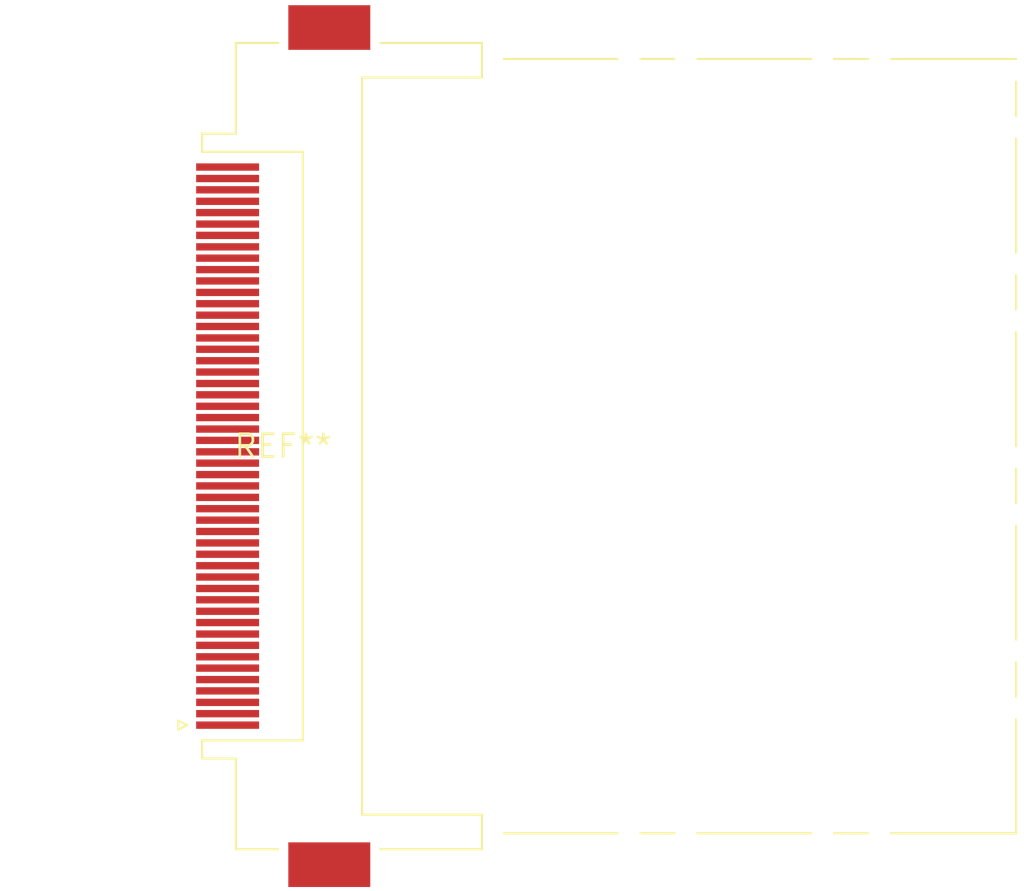
<source format=kicad_pcb>
(kicad_pcb (version 20240108) (generator pcbnew)
  (layers (0 "F.Cu" signal) (31 "B.Cu" signal) (34 "B.Paste" user) (35 "F.Paste" user) (36 "B.SilkS" user "B.Silkscreen") (37 "F.SilkS" user "F.Silkscreen") (38 "B.Mask" user) (39 "F.Mask" user) (44 "Edge.Cuts" user))
  (net 0 "")
  (footprint "CF-Card_3M_N7E50-E516xx-30" (layer "F.Cu") (at 0 0)
    (property "Reference" "REF**")
    (property "Value" "CF-Card_3M_N7E50-E516xx-30")
    (fp_line (start -5.85 15.31) (end -5.35 15.56) (layer "F.SilkS") (stroke (width 0.12)))
    (fp_line (start -5.85 15.81) (end -5.85 15.31) (layer "F.SilkS") (stroke (width 0.12)))
    (fp_line (start -5.35 15.56) (end -5.85 15.81) (layer "F.SilkS") (stroke (width 0.12)))
    (fp_line (start -4.52 -17.42) (end -2.64 -17.42) (layer "F.SilkS") (stroke (width 0.12)))
    (fp_line (start -4.52 -16.41) (end -4.52 -17.42) (layer "F.SilkS") (stroke (width 0.12)))
    (fp_line (start -4.52 16.41) (end 1.09 16.41) (layer "F.SilkS") (stroke (width 0.12)))
    (fp_line (start -4.52 17.42) (end -4.52 16.41) (layer "F.SilkS") (stroke (width 0.12)))
    (fp_line (start -2.64 -22.48) (end -0.28 -22.48) (layer "F.SilkS") (stroke (width 0.12)))
    (fp_line (start -2.64 -17.42) (end -2.64 -22.48) (layer "F.SilkS") (stroke (width 0.12)))
    (fp_line (start -2.64 17.42) (end -4.52 17.42) (layer "F.SilkS") (stroke (width 0.12)))
    (fp_line (start -2.64 22.48) (end -2.64 17.42) (layer "F.SilkS") (stroke (width 0.12)))
    (fp_line (start -0.28 22.48) (end -2.64 22.48) (layer "F.SilkS") (stroke (width 0.12)))
    (fp_line (start 1.09 -16.41) (end -4.52 -16.41) (layer "F.SilkS") (stroke (width 0.12)))
    (fp_line (start 1.09 16.41) (end 1.09 -16.41) (layer "F.SilkS") (stroke (width 0.12)))
    (fp_line (start 4.4 -20.55) (end 11.08 -20.55) (layer "F.SilkS") (stroke (width 0.12)))
    (fp_line (start 4.4 20.55) (end 4.4 -20.55) (layer "F.SilkS") (stroke (width 0.12)))
    (fp_line (start 5.41 22.48) (end 11.08 22.48) (layer "F.SilkS") (stroke (width 0.12)))
    (fp_line (start 11.08 -22.48) (end 5.41 -22.48) (layer "F.SilkS") (stroke (width 0.12)))
    (fp_line (start 11.08 -20.55) (end 11.08 -22.48) (layer "F.SilkS") (stroke (width 0.12)))
    (fp_line (start 11.08 20.55) (end 4.4 20.55) (layer "F.SilkS") (stroke (width 0.12)))
    (fp_line (start 11.08 22.48) (end 11.08 20.55) (layer "F.SilkS") (stroke (width 0.12)))
    (fp_line (start 12.3 -21.59) (end 18.65 -21.59) (layer "F.SilkS") (stroke (width 0.12)))
    (fp_line (start 12.3 21.59) (end 18.65 21.59) (layer "F.SilkS") (stroke (width 0.12)))
    (fp_line (start 19.92 -21.59) (end 21.82 -21.59) (layer "F.SilkS") (stroke (width 0.12)))
    (fp_line (start 19.92 21.59) (end 21.82 21.59) (layer "F.SilkS") (stroke (width 0.12)))
    (fp_line (start 23.09 -21.59) (end 29.44 -21.59) (layer "F.SilkS") (stroke (width 0.12)))
    (fp_line (start 23.09 21.59) (end 29.44 21.59) (layer "F.SilkS") (stroke (width 0.12)))
    (fp_line (start 30.71 -21.59) (end 32.62 -21.59) (layer "F.SilkS") (stroke (width 0.12)))
    (fp_line (start 30.71 21.59) (end 32.62 21.59) (layer "F.SilkS") (stroke (width 0.12)))
    (fp_line (start 33.89 -21.59) (end 40.87 -21.59) (layer "F.SilkS") (stroke (width 0.12)))
    (fp_line (start 33.89 21.59) (end 40.87 21.59) (layer "F.SilkS") (stroke (width 0.12)))
    (fp_line (start 40.87 -18.41) (end 40.87 -20.32) (layer "F.SilkS") (stroke (width 0.12)))
    (fp_line (start 40.87 -10.79) (end 40.87 -17.14) (layer "F.SilkS") (stroke (width 0.12)))
    (fp_line (start 40.87 -7.62) (end 40.87 -9.53) (layer "F.SilkS") (stroke (width 0.12)))
    (fp_line (start 40.87 0) (end 40.87 -6.35) (layer "F.SilkS") (stroke (width 0.12)))
    (fp_line (start 40.87 3.17) (end 40.87 1.27) (layer "F.SilkS") (stroke (width 0.12)))
    (fp_line (start 40.87 10.79) (end 40.87 4.45) (layer "F.SilkS") (stroke (width 0.12)))
    (fp_line (start 40.87 13.97) (end 40.87 12.06) (layer "F.SilkS") (stroke (width 0.12)))
    (fp_line (start 40.87 21.59) (end 40.87 15.24) (layer "F.SilkS") (stroke (width 0.12)))
    (pad "" thru_hole circle (at -0.1 -19.37 90) (size 3.99 3.99) (drill 2.21) (layers *.Cu *.Mask) (remove_unused_layers))
    (pad "" thru_hole circle (at -0.1 19.37 90) (size 3.99 3.99) (drill 2.21) (layers *.Cu *.Mask) (remove_unused_layers))
    (pad "" smd rect (at 2.57 -23.34 90) (size 2.49 4.57) (layers "F.Cu" "F.Paste" "F.Mask"))
    (pad "" smd rect (at 2.57 23.34 90) (size 2.49 4.57) (layers "F.Cu" "F.Paste" "F.Mask"))
    (pad "" np_thru_hole circle (at 2.9 -19.37 90) (size 1.7 1.7) (drill 1.7) (layers *.Cu *.Mask))
    (pad "" np_thru_hole circle (at 2.9 19.37 90) (size 1.7 1.7) (drill 1.7) (layers *.Cu *.Mask))
    (pad "1" smd rect (at -3.1 15.56 270) (size 0.41 3.51) (layers "F.Cu" "F.Paste" "F.Mask"))
    (pad "2" smd rect (at -3.1 14.29 270) (size 0.41 3.51) (layers "F.Cu" "F.Paste" "F.Mask"))
    (pad "3" smd rect (at -3.1 13.02 270) (size 0.41 3.51) (layers "F.Cu" "F.Paste" "F.Mask"))
    (pad "4" smd rect (at -3.1 11.75 270) (size 0.41 3.51) (layers "F.Cu" "F.Paste" "F.Mask"))
    (pad "5" smd rect (at -3.1 10.48 270) (size 0.41 3.51) (layers "F.Cu" "F.Paste" "F.Mask"))
    (pad "6" smd rect (at -3.1 9.21 270) (size 0.41 3.51) (layers "F.Cu" "F.Paste" "F.Mask"))
    (pad "7" smd rect (at -3.1 7.94 270) (size 0.41 3.51) (layers "F.Cu" "F.Paste" "F.Mask"))
    (pad "8" smd rect (at -3.1 6.67 270) (size 0.41 3.51) (layers "F.Cu" "F.Paste" "F.Mask"))
    (pad "9" smd rect (at -3.1 5.4 270) (size 0.41 3.51) (layers "F.Cu" "F.Paste" "F.Mask"))
    (pad "10" smd rect (at -3.1 4.13 270) (size 0.41 3.51) (layers "F.Cu" "F.Paste" "F.Mask"))
    (pad "11" smd rect (at -3.1 2.86 270) (size 0.41 3.51) (layers "F.Cu" "F.Paste" "F.Mask"))
    (pad "12" smd rect (at -3.1 1.59 270) (size 0.41 3.51) (layers "F.Cu" "F.Paste" "F.Mask"))
    (pad "13" smd rect (at -3.1 0.32 270) (size 0.41 3.51) (layers "F.Cu" "F.Paste" "F.Mask"))
    (pad "14" smd rect (at -3.1 -0.95 270) (size 0.41 3.51) (layers "F.Cu" "F.Paste" "F.Mask"))
    (pad "15" smd rect (at -3.1 -2.22 270) (size 0.41 3.51) (layers "F.Cu" "F.Paste" "F.Mask"))
    (pad "16" smd rect (at -3.1 -3.49 270) (size 0.41 3.51) (layers "F.Cu" "F.Paste" "F.Mask"))
    (pad "17" smd rect (at -3.1 -4.76 270) (size 0.41 3.51) (layers "F.Cu" "F.Paste" "F.Mask"))
    (pad "18" smd rect (at -3.1 -6.03 270) (size 0.41 3.51) (layers "F.Cu" "F.Paste" "F.Mask"))
    (pad "19" smd rect (at -3.1 -7.3 270) (size 0.41 3.51) (layers "F.Cu" "F.Paste" "F.Mask"))
    (pad "20" smd rect (at -3.1 -8.57 270) (size 0.41 3.51) (layers "F.Cu" "F.Paste" "F.Mask"))
    (pad "21" smd rect (at -3.1 -9.84 270) (size 0.41 3.51) (layers "F.Cu" "F.Paste" "F.Mask"))
    (pad "22" smd rect (at -3.1 -11.11 270) (size 0.41 3.51) (layers "F.Cu" "F.Paste" "F.Mask"))
    (pad "23" smd rect (at -3.1 -12.38 270) (size 0.41 3.51) (layers "F.Cu" "F.Paste" "F.Mask"))
    (pad "24" smd rect (at -3.1 -13.65 270) (size 0.41 3.51) (layers "F.Cu" "F.Paste" "F.Mask"))
    (pad "25" smd rect (at -3.1 -14.92 270) (size 0.41 3.51) (layers "F.Cu" "F.Paste" "F.Mask"))
    (pad "26" smd rect (at -3.1 14.92 270) (size 0.41 3.51) (layers "F.Cu" "F.Paste" "F.Mask"))
    (pad "27" smd rect (at -3.1 13.65 270) (size 0.41 3.51) (layers "F.Cu" "F.Paste" "F.Mask"))
    (pad "28" smd rect (at -3.1 12.38 270) (size 0.41 3.51) (layers "F.Cu" "F.Paste" "F.Mask"))
    (pad "29" smd rect (at -3.1 11.11 270) (size 0.41 3.51) (layers "F.Cu" "F.Paste" "F.Mask"))
    (pad "30" smd rect (at -3.1 9.84 270) (size 0.41 3.51) (layers "F.Cu" "F.Paste" "F.Mask"))
    (pad "31" smd rect (at -3.1 8.57 270) (size 0.41 3.51) (layers "F.Cu" "F.Paste" "F.Mask"))
    (pad "32" smd rect (at -3.1 7.3 270) (size 0.41 3.51) (layers "F.Cu" "F.Paste" "F.Mask"))
    (pad "33" smd rect (at -3.1 6.03 270) (size 0.41 3.51) (layers "F.Cu" "F.Paste" "F.Mask"))
    (pad "34" smd rect (at -3.1 4.76 270) (size 0.41 3.51) (layers "F.Cu" "F.Paste" "F.Mask"))
    (pad "35" smd rect (at -3.1 3.49 270) (size 0.41 3.51) (layers "F.Cu" "F.Paste" "F.Mask"))
    (pad "36" smd rect (at -3.1 2.22 270) (size 0.41 3.51) (layers "F.Cu" "F.Paste" "F.Mask"))
    (pad "37" smd rect (at -3.1 0.95 270) (size 0.41 3.51) (layers "F.Cu" "F.Paste" "F.Mask"))
    (pad "38" smd rect (at -3.1 -0.32 270) (size 0.41 3.51) (layers "F.Cu" "F.Paste" "F.Mask"))
    (pad "39" smd rect (at -3.1 -1.59 270) (size 0.41 3.51) (layers "F.Cu" "F.Paste" "F.Mask"))
    (pad "40" smd rect (at -3.1 -2.86 270) (size 0.41 3.51) (layers "F.Cu" "F.Paste" "F.Mask"))
    (pad "41" smd rect (at -3.1 -4.13 270) (size 0.41 3.51) (layers "F.Cu" "F.Paste" "F.Mask"))
    (pad "42" smd rect (at -3.1 -5.4 270) (size 0.41 3.51) (layers "F.Cu" "F.Paste" "F.Mask"))
    (pad "43" smd rect (at -3.1 -6.67 270) (size 0.41 3.51) (layers "F.Cu" "F.Paste" "F.Mask"))
    (pad "44" smd rect (at -3.1 -7.94 270) (size 0.41 3.51) (layers "F.Cu" "F.Paste" "F.Mask"))
    (pad "45" smd rect (at -3.1 -9.21 270) (size 0.41 3.51) (layers "F.Cu" "F.Paste" "F.Mask"))
    (pad "46" smd rect (at -3.1 -10.48 270) (size 0.41 3.51) (layers "F.Cu" "F.Paste" "F.Mask"))
    (pad "47" smd rect (at -3.1 -11.75 270) (size 0.41 3.51) (layers "F.Cu" "F.Paste" "F.Mask"))
    (pad "48" smd rect (at -3.1 -13.02 270) (size 0.41 3.51) (layers "F.Cu" "F.Paste" "F.Mask"))
    (pad "49" smd rect (at -3.1 -14.29 270) (size 0.41 3.51) (layers "F.Cu" "F.Paste" "F.Mask"))
    (pad "50" smd rect (at -3.1 -15.56 270) (size 0.41 3.51) (layers "F.Cu" "F.Paste" "F.Mask"))
  )
)
</source>
